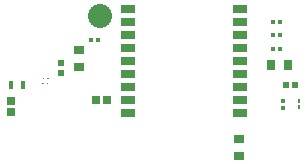
<source format=gbp>
G04*
G04 #@! TF.GenerationSoftware,Altium Limited,Altium Designer,25.8.1 (18)*
G04*
G04 Layer_Color=128*
%FSLAX44Y44*%
%MOMM*%
G71*
G04*
G04 #@! TF.SameCoordinates,1528484A-2012-41B0-BD13-40F79D6D187F*
G04*
G04*
G04 #@! TF.FilePolarity,Positive*
G04*
G01*
G75*
%ADD17C,2.0320*%
%ADD19R,0.6500X0.9000*%
%ADD22R,0.9000X0.6500*%
%ADD23R,0.2627X0.3541*%
%ADD46R,0.6725X0.7154*%
%ADD62R,0.7154X0.6725*%
%ADD84R,0.5153X0.4725*%
%ADD214R,1.1810X0.7874*%
%ADD215R,0.4541X0.3627*%
%ADD216R,0.5200X0.5600*%
%ADD219R,0.3627X0.4541*%
%ADD220R,0.4100X0.6600*%
%ADD222C,0.1250*%
D17*
X1675130Y1756410D02*
D03*
D19*
X1834410Y1714500D02*
D03*
X1819910D02*
D03*
D22*
X1657350Y1712700D02*
D03*
X1793240Y1637400D02*
D03*
X1657350Y1727200D02*
D03*
X1793240Y1651900D02*
D03*
D23*
X1844040Y1678934D02*
D03*
Y1684020D02*
D03*
D46*
X1600200Y1674449D02*
D03*
Y1684020D02*
D03*
D62*
X1671909Y1685290D02*
D03*
X1681480D02*
D03*
D84*
X1840206Y1697990D02*
D03*
X1832634D02*
D03*
D214*
X1793431Y1762310D02*
D03*
X1699069Y1696310D02*
D03*
Y1674310D02*
D03*
X1793431Y1674310D02*
D03*
Y1685310D02*
D03*
Y1696310D02*
D03*
Y1707310D02*
D03*
Y1718310D02*
D03*
Y1729310D02*
D03*
Y1740310D02*
D03*
Y1751310D02*
D03*
X1699069Y1762310D02*
D03*
Y1751310D02*
D03*
Y1740310D02*
D03*
Y1729310D02*
D03*
Y1718310D02*
D03*
Y1685310D02*
D03*
Y1707310D02*
D03*
D215*
X1828033Y1751330D02*
D03*
X1827530Y1739900D02*
D03*
Y1728470D02*
D03*
X1667830Y1735456D02*
D03*
X1673916D02*
D03*
X1821947Y1751330D02*
D03*
X1821444Y1739900D02*
D03*
Y1728470D02*
D03*
D216*
X1642110Y1715950D02*
D03*
Y1708150D02*
D03*
D219*
X1830070Y1677934D02*
D03*
Y1684020D02*
D03*
D220*
X1610360Y1697990D02*
D03*
X1600260D02*
D03*
D222*
X1631305Y1703260D02*
G03*
X1631305Y1703260I-625J0D01*
G01*
Y1699260D02*
G03*
X1631305Y1699260I-625J0D01*
G01*
Y1695260D02*
G03*
X1631305Y1695260I-625J0D01*
G01*
X1627305D02*
G03*
X1627305Y1695260I-625J0D01*
G01*
Y1699260D02*
G03*
X1627305Y1699260I-625J0D01*
G01*
Y1703260D02*
G03*
X1627305Y1703260I-625J0D01*
G01*
M02*

</source>
